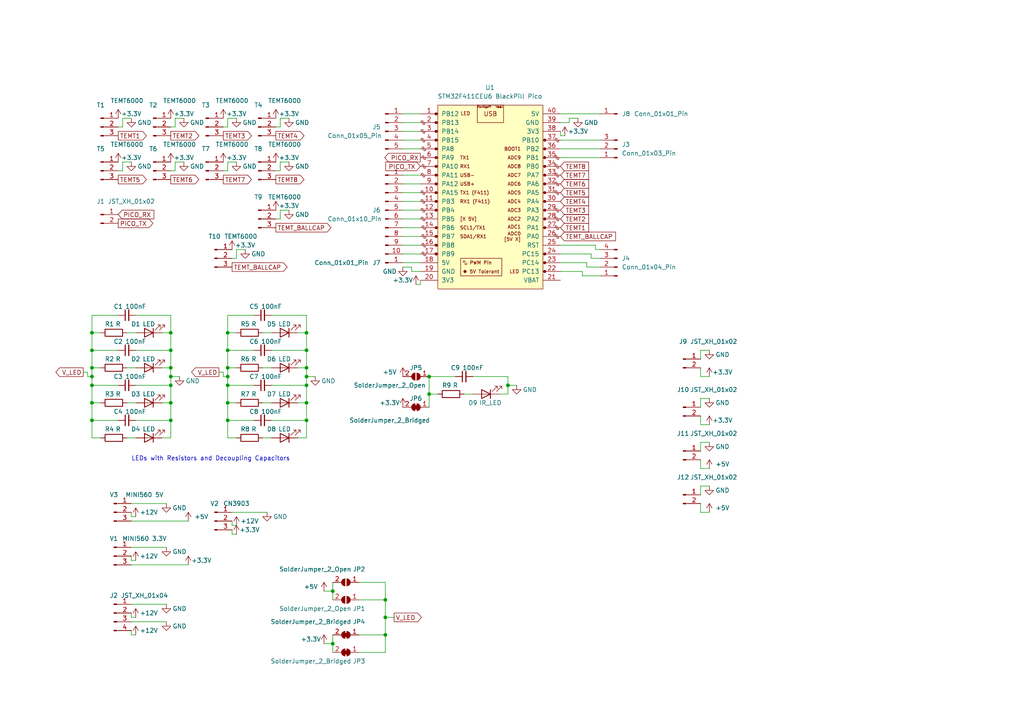
<source format=kicad_sch>
(kicad_sch (version 20230121) (generator eeschema)
  (paper "A4")
  (lib_symbols
    (symbol "Connector:Conn_01x01_Pin" (pin_names (offset 1.016) hide)
      (property "Reference" "J" (at 0 2.54 0))
      (property "Value" "Conn_01x01_Pin" (at 0 -2.54 0))
      (symbol "Conn_01x01_Pin_1_1"
        (pin passive line (at 5.08 0 180) (length 3.81) (name "Pin_1") (number "1"))
      )
    )
    (symbol "Connector:Conn_01x02_Pin" (pin_names (offset 1.016) hide)
      (property "Reference" "J" (at 0 2.54 0))
      (property "Value" "Conn_01x02_Pin" (at 0 -5.08 0))
      (symbol "Conn_01x02_Pin_1_1"
        (pin passive line (at 5.08 0 180) (length 3.81) (name "Pin_1") (number "1"))
        (pin passive line (at 5.08 -2.54 180) (length 3.81) (name "Pin_2") (number "2"))
      )
    )
    (symbol "Connector:Conn_01x03_Pin" (pin_names (offset 1.016) hide)
      (property "Reference" "J" (at 0 5.08 0))
      (property "Value" "Conn_01x03_Pin" (at 0 -5.08 0))
      (symbol "Conn_01x03_Pin_1_1"
        (pin passive line (at 5.08 2.54 180) (length 3.81) (name "Pin_1") (number "1"))
        (pin passive line (at 5.08 0 180) (length 3.81) (name "Pin_2") (number "2"))
        (pin passive line (at 5.08 -2.54 180) (length 3.81) (name "Pin_3") (number "3"))
      )
    )
    (symbol "Connector:Conn_01x04_Pin" (pin_names (offset 1.016) hide)
      (property "Reference" "J" (at 0 5.08 0))
      (property "Value" "Conn_01x04_Pin" (at 0 -7.62 0))
      (symbol "Conn_01x04_Pin_1_1"
        (pin passive line (at 5.08 2.54 180) (length 3.81) (name "Pin_1") (number "1"))
        (pin passive line (at 5.08 0 180) (length 3.81) (name "Pin_2") (number "2"))
        (pin passive line (at 5.08 -2.54 180) (length 3.81) (name "Pin_3") (number "3"))
        (pin passive line (at 5.08 -5.08 180) (length 3.81) (name "Pin_4") (number "4"))
      )
    )
    (symbol "Connector:Conn_01x05_Pin" (pin_names (offset 1.016) hide)
      (property "Reference" "J" (at 0 7.62 0))
      (property "Value" "Conn_01x05_Pin" (at 0 -7.62 0))
      (symbol "Conn_01x05_Pin_1_1"
        (pin passive line (at 5.08 5.08 180) (length 3.81) (name "Pin_1") (number "1"))
        (pin passive line (at 5.08 2.54 180) (length 3.81) (name "Pin_2") (number "2"))
        (pin passive line (at 5.08 0 180) (length 3.81) (name "Pin_3") (number "3"))
        (pin passive line (at 5.08 -2.54 180) (length 3.81) (name "Pin_4") (number "4"))
        (pin passive line (at 5.08 -5.08 180) (length 3.81) (name "Pin_5") (number "5"))
      )
    )
    (symbol "Connector:Conn_01x10_Pin" (pin_names (offset 1.016) hide)
      (property "Reference" "J" (at 0 12.7 0))
      (property "Value" "Conn_01x10_Pin" (at 0 -15.24 0))
      (symbol "Conn_01x10_Pin_1_1"
        (pin passive line (at 5.08 10.16 180) (length 3.81) (name "Pin_1") (number "1"))
        (pin passive line (at 5.08 -12.7 180) (length 3.81) (name "Pin_10") (number "10"))
        (pin passive line (at 5.08 7.62 180) (length 3.81) (name "Pin_2") (number "2"))
        (pin passive line (at 5.08 5.08 180) (length 3.81) (name "Pin_3") (number "3"))
        (pin passive line (at 5.08 2.54 180) (length 3.81) (name "Pin_4") (number "4"))
        (pin passive line (at 5.08 0 180) (length 3.81) (name "Pin_5") (number "5"))
        (pin passive line (at 5.08 -2.54 180) (length 3.81) (name "Pin_6") (number "6"))
        (pin passive line (at 5.08 -5.08 180) (length 3.81) (name "Pin_7") (number "7"))
        (pin passive line (at 5.08 -7.62 180) (length 3.81) (name "Pin_8") (number "8"))
        (pin passive line (at 5.08 -10.16 180) (length 3.81) (name "Pin_9") (number "9"))
      )
    )
    (symbol "Device:C_Small" (pin_numbers hide) (pin_names (offset 0.254) hide)
      (property "Reference" "C" (at 0.254 1.778 0))
      (property "Value" "C_Small" (at 0.254 -2.032 0))
      (symbol "C_Small_1_1"
        (pin passive line (at 0 2.54 270) (length 2.032) (name "~") (number "1"))
        (pin passive line (at 0 -2.54 90) (length 2.032) (name "~") (number "2"))
      )
    )
    (symbol "Device:LED" (pin_numbers hide) (pin_names (offset 1.016) hide)
      (property "Reference" "D" (at 0 2.54 0))
      (property "Value" "LED" (at 0 -2.54 0))
      (symbol "LED_1_1"
        (pin passive line (at -3.81 0 0) (length 2.54) (name "K") (number "1"))
        (pin passive line (at 3.81 0 180) (length 2.54) (name "A") (number "2"))
      )
    )
    (symbol "Device:R" (pin_numbers hide) (pin_names (offset 0))
      (property "Reference" "R" (at 2.032 0 90))
      (property "Value" "R" (at 0 0 90))
      (symbol "R_1_1"
        (pin passive line (at 0 3.81 270) (length 1.27) (name "~") (number "1"))
        (pin passive line (at 0 -3.81 90) (length 1.27) (name "~") (number "2"))
      )
    )
    (symbol "Jumper:SolderJumper_2_Bridged" (pin_names (offset 0) hide)
      (property "Reference" "JP" (at 0 2.032 0))
      (property "Value" "SolderJumper_2_Bridged" (at 0 -2.54 0))
      (symbol "SolderJumper_2_Bridged_1_1"
        (pin passive line (at -3.81 0 0) (length 2.54) (name "A") (number "1"))
        (pin passive line (at 3.81 0 180) (length 2.54) (name "B") (number "2"))
      )
    )
    (symbol "Jumper:SolderJumper_2_Open" (pin_names (offset 0) hide)
      (property "Reference" "JP" (at 0 2.032 0))
      (property "Value" "SolderJumper_2_Open" (at 0 -2.54 0))
      (symbol "SolderJumper_2_Open_1_1"
        (pin passive line (at -3.81 0 0) (length 2.54) (name "A") (number "1"))
        (pin passive line (at 3.81 0 180) (length 2.54) (name "B") (number "2"))
      )
    )
    (symbol "RCJ:STM32F411CEU6 WeAct BlackPill Pico" (pin_names (offset 1.016))
      (property "Reference" "U" (at -13.97 24.13 0))
      (property "Value" "STM32F411CEU6 BlackPill Pico" (at 0 -3.81 90))
      (symbol "STM32F411CEU6 WeAct BlackPill Pico_0_0"
        (text "LED" (at -7.239 20.447 0) (effects (font (size 0.9906 0.9906))))
        (text "USB" (at 0 20.32 0) (effects (font (size 1.27 1.27))))
        (text "Y@@J" (at 2.54 22.352 0) (effects (font (size 0.508 0.508))))
      )
      (symbol "STM32F411CEU6 WeAct BlackPill Pico_1_0"
        (text "5V Tolerant" (at -6.096 -25.4 0) (effects (font (size 0.9906 0.9906)) (justify left)))
        (text "[X 5V]" (at -8.89 -10.16 0) (effects (font (size 0.9906 0.9906)) (justify left)))
        (text "ADC0\n[5V X]" (at 8.89 -15.24 0) (effects (font (size 0.9906 0.9906)) (justify right)))
        (text "ADC1" (at 8.89 -12.446 0) (effects (font (size 0.9906 0.9906)) (justify right)))
        (text "ADC2" (at 8.89 -10.16 0) (effects (font (size 0.9906 0.9906)) (justify right)))
        (text "ADC3" (at 8.89 -7.62 0) (effects (font (size 0.9906 0.9906)) (justify right)))
        (text "ADC4" (at 8.89 -5.08 0) (effects (font (size 0.9906 0.9906)) (justify right)))
        (text "ADC5" (at 8.89 -2.54 0) (effects (font (size 0.9906 0.9906)) (justify right)))
        (text "ADC6" (at 8.89 0 0) (effects (font (size 0.9906 0.9906)) (justify right)))
        (text "ADC7" (at 8.89 2.54 0) (effects (font (size 0.9906 0.9906)) (justify right)))
        (text "ADC8" (at 8.89 5.08 0) (effects (font (size 0.9906 0.9906)) (justify right)))
        (text "ADC9" (at 8.89 7.62 0) (effects (font (size 0.9906 0.9906)) (justify right)))
        (text "BOOT1" (at 8.89 10.16 0) (effects (font (size 0.9906 0.9906)) (justify right)))
        (text "LED" (at 8.382 -25.4 0) (effects (font (size 0.9906 0.9906)) (justify right)))
        (text "PorridgePi" (at -1.778 22.352 0) (effects (font (size 0.508 0.508))))
        (text "PWM Pin" (at -6.096 -22.86 0) (effects (font (size 0.9906 0.9906)) (justify left)))
        (text "RX1\n" (at -8.89 5.08 0) (effects (font (size 0.9906 0.9906)) (justify left)))
        (text "RX1 (F411)" (at -8.89 -5.08 0) (effects (font (size 0.9906 0.9906)) (justify left)))
        (text "SCL1/TX1" (at -8.89 -12.7 0) (effects (font (size 0.9906 0.9906)) (justify left)))
        (text "SDA1/RX1" (at -8.89 -15.24 0) (effects (font (size 0.9906 0.9906)) (justify left)))
        (text "TX1\n" (at -8.89 7.62 0) (effects (font (size 0.9906 0.9906)) (justify left)))
        (text "TX1 (F411)\n" (at -8.89 -2.54 0) (effects (font (size 0.9906 0.9906)) (justify left)))
        (text "USB+" (at -8.89 0 0) (effects (font (size 0.9906 0.9906)) (justify left)))
        (text "USB-" (at -8.89 2.54 0) (effects (font (size 0.9906 0.9906)) (justify left)))
      )
      (symbol "STM32F411CEU6 WeAct BlackPill Pico_1_1"
        (pin bidirectional line (at -20.32 20.32 0) (length 5.08) (name "PB12") (number "1"))
        (pin bidirectional line (at -20.32 -2.54 0) (length 5.08) (name "PA15") (number "10"))
        (pin bidirectional line (at -20.32 -5.08 0) (length 5.08) (name "PB3") (number "11"))
        (pin bidirectional line (at -20.32 -7.62 0) (length 5.08) (name "PB4") (number "12"))
        (pin bidirectional line (at -20.32 -10.16 0) (length 5.08) (name "PB5") (number "13"))
        (pin bidirectional line (at -20.32 -12.7 0) (length 5.08) (name "PB6") (number "14"))
        (pin bidirectional line (at -20.32 -15.24 0) (length 5.08) (name "PB7") (number "15"))
        (pin bidirectional line (at -20.32 -17.78 0) (length 5.08) (name "PB8") (number "16"))
        (pin bidirectional line (at -20.32 -20.32 0) (length 5.08) (name "PB9") (number "17"))
        (pin power_in line (at -20.32 -22.86 0) (length 5.08) (name "5V") (number "18"))
        (pin power_in line (at -20.32 -25.4 0) (length 5.08) (name "GND") (number "19"))
        (pin bidirectional line (at -20.32 17.78 0) (length 5.08) (name "PB13") (number "2"))
        (pin power_in line (at -20.32 -27.94 0) (length 5.08) (name "3V3") (number "20"))
        (pin power_in line (at 20.32 -27.94 180) (length 5.08) (name "VBAT") (number "21"))
        (pin bidirectional line (at 20.32 -25.4 180) (length 5.08) (name "PC13") (number "22"))
        (pin bidirectional line (at 20.32 -22.86 180) (length 5.08) (name "PC14") (number "23"))
        (pin bidirectional line (at 20.32 -20.32 180) (length 5.08) (name "PC15") (number "24"))
        (pin input line (at 20.32 -17.78 180) (length 5.08) (name "RST") (number "25"))
        (pin bidirectional line (at 20.32 -15.24 180) (length 5.08) (name "PA0") (number "26"))
        (pin bidirectional line (at 20.32 -12.7 180) (length 5.08) (name "PA1") (number "27"))
        (pin bidirectional line (at 20.32 -10.16 180) (length 5.08) (name "PA2") (number "28"))
        (pin bidirectional line (at 20.32 -7.62 180) (length 5.08) (name "PA3") (number "29"))
        (pin bidirectional line (at -20.32 15.24 0) (length 5.08) (name "PB14") (number "3"))
        (pin bidirectional line (at 20.32 -5.08 180) (length 5.08) (name "PA4") (number "30"))
        (pin bidirectional line (at 20.32 -2.54 180) (length 5.08) (name "PA5") (number "31"))
        (pin bidirectional line (at 20.32 0 180) (length 5.08) (name "PA6") (number "32"))
        (pin bidirectional line (at 20.32 2.54 180) (length 5.08) (name "PA7") (number "33"))
        (pin bidirectional line (at 20.32 5.08 180) (length 5.08) (name "PB0") (number "34"))
        (pin bidirectional line (at 20.32 7.62 180) (length 5.08) (name "PB1") (number "35"))
        (pin bidirectional line (at 20.32 10.16 180) (length 5.08) (name "PB2") (number "36"))
        (pin bidirectional line (at 20.32 12.7 180) (length 5.08) (name "PB10") (number "37"))
        (pin power_in line (at 20.32 15.24 180) (length 5.08) (name "3V3") (number "38"))
        (pin power_in line (at 20.32 17.78 180) (length 5.08) (name "GND") (number "39"))
        (pin bidirectional line (at -20.32 12.7 0) (length 5.08) (name "PB15") (number "4"))
        (pin power_in line (at 20.32 20.32 180) (length 5.08) (name "5V") (number "40"))
        (pin bidirectional line (at -20.32 10.16 0) (length 5.08) (name "PA8") (number "5"))
        (pin bidirectional line (at -20.32 7.62 0) (length 5.08) (name "PA9") (number "6"))
        (pin bidirectional line (at -20.32 5.08 0) (length 5.08) (name "PA10") (number "7"))
        (pin bidirectional line (at -20.32 2.54 0) (length 5.08) (name "PA11") (number "8"))
        (pin bidirectional line (at -20.32 0 0) (length 5.08) (name "PA12") (number "9"))
      )
    )
    (symbol "power:+12V" (power) (pin_names (offset 0))
      (property "Value" "+12V" (at 0 3.556 0))
      (symbol "+12V_1_1"
        (pin power_in line (at 0 0 90) (length 0) hide (name "+12V") (number "1"))
      )
    )
    (symbol "power:+3.3V" (power) (pin_names (offset 0))
      (property "Value" "+3.3V" (at 0 3.556 0))
      (symbol "+3.3V_1_1"
        (pin power_in line (at 0 0 90) (length 0) hide (name "+3.3V") (number "1"))
      )
    )
    (symbol "power:+5V" (power) (pin_names (offset 0))
      (property "Value" "+5V" (at 0 3.556 0))
      (symbol "+5V_1_1"
        (pin power_in line (at 0 0 90) (length 0) hide (name "+5V") (number "1"))
      )
    )
    (symbol "power:GND" (power) (pin_names (offset 0))
      (property "Value" "GND" (at 0 -3.81 0))
      (symbol "GND_1_1"
        (pin power_in line (at 0 0 270) (length 0) hide (name "GND") (number "1"))
      )
    )
  )
  (junction (at 66.04 111.76))
  (junction (at 111.76 184.15))
  (junction (at 124.46 114.3))
  (junction (at 66.04 96.52))
  (junction (at 26.67 106.68))
  (junction (at 26.67 101.6))
  (junction (at 49.53 111.76))
  (junction (at 88.9 101.6))
  (junction (at 66.04 101.6))
  (junction (at 66.04 106.68))
  (junction (at 66.04 121.92))
  (junction (at 26.67 121.92))
  (junction (at 111.76 179.07))
  (junction (at 96.52 171.45))
  (junction (at 88.9 111.76))
  (junction (at 49.53 101.6))
  (junction (at 66.04 109.22))
  (junction (at 49.53 96.52))
  (junction (at 96.52 186.69))
  (junction (at 49.53 121.92))
  (junction (at 88.9 116.84))
  (junction (at 88.9 106.68))
  (junction (at 49.53 106.68))
  (junction (at 26.67 116.84))
  (junction (at 88.9 96.52))
  (junction (at 124.46 109.22))
  (junction (at 26.67 109.22))
  (junction (at 26.67 111.76))
  (junction (at 49.53 116.84))
  (junction (at 49.53 109.22))
  (junction (at 147.32 111.76))
  (junction (at 88.9 109.22))
  (junction (at 66.04 116.84))
  (junction (at 111.76 173.99))
  (junction (at 88.9 121.92))
  (junction (at 26.67 96.52))
  (wire (pts (xy 39.37 179.07) (xy 38.1 179.07)))
  (wire (pts (xy 36.83 96.52) (xy 39.37 96.52)))
  (wire (pts (xy 171.45 74.93) (xy 173.99 74.93)))
  (wire (pts (xy 46.99 127) (xy 49.53 127)))
  (wire (pts (xy 80.01 36.83) (xy 81.28 36.83)))
  (wire (pts (xy 119.38 78.74) (xy 121.92 78.74)))
  (wire (pts (xy 88.9 101.6) (xy 88.9 96.52)))
  (wire (pts (xy 26.67 106.68) (xy 29.21 106.68)))
  (wire (pts (xy 205.74 135.89) (xy 203.2 135.89)))
  (wire (pts (xy 203.2 115.57) (xy 205.74 115.57)))
  (wire (pts (xy 38.1 162.56) (xy 38.1 161.29)))
  (wire (pts (xy 165.1 34.29) (xy 165.1 35.56)))
  (wire (pts (xy 39.37 184.15) (xy 38.1 184.15)))
  (wire (pts (xy 172.72 71.12) (xy 162.56 71.12)))
  (wire (pts (xy 80.01 63.5) (xy 81.28 63.5)))
  (wire (pts (xy 38.1 149.86) (xy 38.1 148.59)))
  (wire (pts (xy 116.84 66.04) (xy 121.92 66.04)))
  (wire (pts (xy 66.04 46.99) (xy 68.58 46.99)))
  (wire (pts (xy 116.84 71.12) (xy 121.92 71.12)))
  (wire (pts (xy 26.67 127) (xy 29.21 127)))
  (wire (pts (xy 96.52 171.45) (xy 96.52 173.99)))
  (wire (pts (xy 165.1 35.56) (xy 162.56 35.56)))
  (wire (pts (xy 119.38 78.74) (xy 119.38 77.47)))
  (wire (pts (xy 134.62 114.3) (xy 137.16 114.3)))
  (wire (pts (xy 46.99 106.68) (xy 49.53 106.68)))
  (wire (pts (xy 116.84 60.96) (xy 121.92 60.96)))
  (wire (pts (xy 104.14 189.23) (xy 111.76 189.23)))
  (wire (pts (xy 203.2 148.59) (xy 203.2 146.05)))
  (wire (pts (xy 78.74 91.44) (xy 88.9 91.44)))
  (wire (pts (xy 81.28 34.29) (xy 83.82 34.29)))
  (wire (pts (xy 39.37 101.6) (xy 49.53 101.6)))
  (wire (pts (xy 66.04 91.44) (xy 73.66 91.44)))
  (wire (pts (xy 26.67 121.92) (xy 34.29 121.92)))
  (wire (pts (xy 96.52 171.45) (xy 93.98 171.45)))
  (wire (pts (xy 38.1 146.05) (xy 48.26 146.05)))
  (wire (pts (xy 162.56 45.72) (xy 173.99 45.72)))
  (wire (pts (xy 34.29 49.53) (xy 35.56 49.53)))
  (wire (pts (xy 81.28 46.99) (xy 83.82 46.99)))
  (wire (pts (xy 49.53 121.92) (xy 49.53 127)))
  (wire (pts (xy 88.9 121.92) (xy 88.9 116.84)))
  (wire (pts (xy 124.46 118.11) (xy 124.46 114.3)))
  (wire (pts (xy 203.2 101.6) (xy 205.74 101.6)))
  (wire (pts (xy 171.45 73.66) (xy 162.56 73.66)))
  (wire (pts (xy 116.84 40.64) (xy 121.92 40.64)))
  (wire (pts (xy 66.04 116.84) (xy 66.04 121.92)))
  (wire (pts (xy 203.2 101.6) (xy 203.2 104.14)))
  (wire (pts (xy 116.84 43.18) (xy 121.92 43.18)))
  (wire (pts (xy 35.56 46.99) (xy 38.1 46.99)))
  (wire (pts (xy 81.28 63.5) (xy 81.28 60.96)))
  (wire (pts (xy 111.76 184.15) (xy 111.76 179.07)))
  (wire (pts (xy 50.8 34.29) (xy 53.34 34.29)))
  (wire (pts (xy 66.04 36.83) (xy 66.04 34.29)))
  (wire (pts (xy 78.74 101.6) (xy 88.9 101.6)))
  (wire (pts (xy 46.99 116.84) (xy 49.53 116.84)))
  (wire (pts (xy 35.56 36.83) (xy 35.56 34.29)))
  (wire (pts (xy 66.04 121.92) (xy 66.04 127)))
  (wire (pts (xy 116.84 33.02) (xy 121.92 33.02)))
  (wire (pts (xy 116.84 73.66) (xy 121.92 73.66)))
  (wire (pts (xy 76.2 127) (xy 78.74 127)))
  (wire (pts (xy 86.36 106.68) (xy 88.9 106.68)))
  (wire (pts (xy 162.56 43.18) (xy 173.99 43.18)))
  (wire (pts (xy 64.77 107.95) (xy 64.77 109.22)))
  (wire (pts (xy 86.36 116.84) (xy 88.9 116.84)))
  (wire (pts (xy 203.2 109.22) (xy 203.2 106.68)))
  (wire (pts (xy 38.1 151.13) (xy 54.61 151.13)))
  (wire (pts (xy 116.84 53.34) (xy 121.92 53.34)))
  (wire (pts (xy 66.04 101.6) (xy 66.04 106.68)))
  (wire (pts (xy 88.9 91.44) (xy 88.9 96.52)))
  (wire (pts (xy 26.67 116.84) (xy 29.21 116.84)))
  (wire (pts (xy 39.37 111.76) (xy 49.53 111.76)))
  (wire (pts (xy 26.67 96.52) (xy 26.67 101.6)))
  (wire (pts (xy 96.52 186.69) (xy 93.98 186.69)))
  (wire (pts (xy 38.1 158.75) (xy 48.26 158.75)))
  (wire (pts (xy 124.46 114.3) (xy 127 114.3)))
  (wire (pts (xy 68.58 72.39) (xy 71.12 72.39)))
  (wire (pts (xy 66.04 111.76) (xy 66.04 116.84)))
  (wire (pts (xy 111.76 184.15) (xy 104.14 184.15)))
  (wire (pts (xy 66.04 91.44) (xy 66.04 96.52)))
  (wire (pts (xy 203.2 135.89) (xy 203.2 133.35)))
  (wire (pts (xy 168.91 80.01) (xy 173.99 80.01)))
  (wire (pts (xy 80.01 49.53) (xy 81.28 49.53)))
  (wire (pts (xy 64.77 109.22) (xy 66.04 109.22)))
  (wire (pts (xy 81.28 60.96) (xy 83.82 60.96)))
  (wire (pts (xy 26.67 101.6) (xy 34.29 101.6)))
  (wire (pts (xy 49.53 36.83) (xy 50.8 36.83)))
  (wire (pts (xy 171.45 74.93) (xy 171.45 73.66)))
  (wire (pts (xy 38.1 180.34) (xy 48.26 180.34)))
  (wire (pts (xy 124.46 109.22) (xy 132.08 109.22)))
  (wire (pts (xy 34.29 36.83) (xy 35.56 36.83)))
  (wire (pts (xy 50.8 46.99) (xy 53.34 46.99)))
  (wire (pts (xy 49.53 49.53) (xy 50.8 49.53)))
  (wire (pts (xy 172.72 72.39) (xy 173.99 72.39)))
  (wire (pts (xy 66.04 111.76) (xy 73.66 111.76)))
  (wire (pts (xy 203.2 128.27) (xy 203.2 130.81)))
  (wire (pts (xy 81.28 36.83) (xy 81.28 34.29)))
  (wire (pts (xy 38.1 179.07) (xy 38.1 177.8)))
  (wire (pts (xy 76.2 106.68) (xy 78.74 106.68)))
  (wire (pts (xy 39.37 149.86) (xy 38.1 149.86)))
  (wire (pts (xy 64.77 36.83) (xy 66.04 36.83)))
  (wire (pts (xy 116.84 50.8) (xy 121.92 50.8)))
  (wire (pts (xy 36.83 116.84) (xy 39.37 116.84)))
  (wire (pts (xy 67.31 154.94) (xy 68.58 154.94)))
  (wire (pts (xy 147.32 111.76) (xy 149.86 111.76)))
  (wire (pts (xy 68.58 74.93) (xy 68.58 72.39)))
  (wire (pts (xy 170.18 76.2) (xy 162.56 76.2)))
  (wire (pts (xy 50.8 36.83) (xy 50.8 34.29)))
  (wire (pts (xy 116.84 58.42) (xy 121.92 58.42)))
  (wire (pts (xy 120.65 82.55) (xy 121.92 82.55)))
  (wire (pts (xy 147.32 109.22) (xy 147.32 111.76)))
  (wire (pts (xy 35.56 34.29) (xy 38.1 34.29)))
  (wire (pts (xy 67.31 152.4) (xy 67.31 151.13)))
  (wire (pts (xy 116.84 76.2) (xy 121.92 76.2)))
  (wire (pts (xy 39.37 121.92) (xy 49.53 121.92)))
  (wire (pts (xy 39.37 162.56) (xy 38.1 162.56)))
  (wire (pts (xy 170.18 77.47) (xy 173.99 77.47)))
  (wire (pts (xy 26.67 111.76) (xy 34.29 111.76)))
  (wire (pts (xy 49.53 109.22) (xy 49.53 106.68)))
  (wire (pts (xy 66.04 49.53) (xy 66.04 46.99)))
  (wire (pts (xy 88.9 111.76) (xy 88.9 109.22)))
  (wire (pts (xy 88.9 111.76) (xy 88.9 116.84)))
  (wire (pts (xy 168.91 80.01) (xy 168.91 78.74)))
  (wire (pts (xy 168.91 78.74) (xy 162.56 78.74)))
  (wire (pts (xy 67.31 74.93) (xy 68.58 74.93)))
  (wire (pts (xy 25.4 109.22) (xy 26.67 109.22)))
  (wire (pts (xy 121.92 82.55) (xy 121.92 81.28)))
  (wire (pts (xy 167.64 34.29) (xy 165.1 34.29)))
  (wire (pts (xy 26.67 96.52) (xy 29.21 96.52)))
  (wire (pts (xy 163.83 39.37) (xy 162.56 39.37)))
  (wire (pts (xy 205.74 123.19) (xy 203.2 123.19)))
  (wire (pts (xy 114.3 179.07) (xy 111.76 179.07)))
  (wire (pts (xy 64.77 107.95) (xy 63.5 107.95)))
  (wire (pts (xy 147.32 111.76) (xy 147.32 114.3)))
  (wire (pts (xy 96.52 168.91) (xy 96.52 171.45)))
  (wire (pts (xy 88.9 101.6) (xy 88.9 106.68)))
  (wire (pts (xy 170.18 77.47) (xy 170.18 76.2)))
  (wire (pts (xy 96.52 189.23) (xy 96.52 186.69)))
  (wire (pts (xy 119.38 77.47) (xy 116.84 77.47)))
  (wire (pts (xy 26.67 91.44) (xy 34.29 91.44)))
  (wire (pts (xy 137.16 109.22) (xy 147.32 109.22)))
  (wire (pts (xy 26.67 109.22) (xy 26.67 111.76)))
  (wire (pts (xy 26.67 91.44) (xy 26.67 96.52)))
  (wire (pts (xy 88.9 109.22) (xy 88.9 106.68)))
  (wire (pts (xy 38.1 175.26) (xy 48.26 175.26)))
  (wire (pts (xy 46.99 96.52) (xy 49.53 96.52)))
  (wire (pts (xy 116.84 35.56) (xy 121.92 35.56)))
  (wire (pts (xy 66.04 101.6) (xy 73.66 101.6)))
  (wire (pts (xy 66.04 96.52) (xy 66.04 101.6)))
  (wire (pts (xy 66.04 109.22) (xy 66.04 111.76)))
  (wire (pts (xy 26.67 116.84) (xy 26.67 121.92)))
  (wire (pts (xy 66.04 116.84) (xy 68.58 116.84)))
  (wire (pts (xy 116.84 55.88) (xy 121.92 55.88)))
  (wire (pts (xy 68.58 152.4) (xy 67.31 152.4)))
  (wire (pts (xy 86.36 127) (xy 88.9 127)))
  (wire (pts (xy 36.83 127) (xy 39.37 127)))
  (wire (pts (xy 203.2 140.97) (xy 205.74 140.97)))
  (wire (pts (xy 49.53 111.76) (xy 49.53 109.22)))
  (wire (pts (xy 205.74 109.22) (xy 203.2 109.22)))
  (wire (pts (xy 25.4 107.95) (xy 25.4 109.22)))
  (wire (pts (xy 49.53 91.44) (xy 49.53 96.52)))
  (wire (pts (xy 172.72 72.39) (xy 172.72 71.12)))
  (wire (pts (xy 66.04 106.68) (xy 66.04 109.22)))
  (wire (pts (xy 76.2 96.52) (xy 78.74 96.52)))
  (wire (pts (xy 78.74 121.92) (xy 88.9 121.92)))
  (wire (pts (xy 66.04 127) (xy 68.58 127)))
  (wire (pts (xy 111.76 189.23) (xy 111.76 184.15)))
  (wire (pts (xy 38.1 163.83) (xy 54.61 163.83)))
  (wire (pts (xy 111.76 179.07) (xy 111.76 173.99)))
  (wire (pts (xy 111.76 173.99) (xy 111.76 168.91)))
  (wire (pts (xy 67.31 153.67) (xy 67.31 154.94)))
  (wire (pts (xy 96.52 186.69) (xy 96.52 184.15)))
  (wire (pts (xy 173.99 33.02) (xy 162.56 33.02)))
  (wire (pts (xy 88.9 109.22) (xy 91.44 109.22)))
  (wire (pts (xy 116.84 68.58) (xy 121.92 68.58)))
  (wire (pts (xy 26.67 111.76) (xy 26.67 116.84)))
  (wire (pts (xy 203.2 115.57) (xy 203.2 118.11)))
  (wire (pts (xy 81.28 49.53) (xy 81.28 46.99)))
  (wire (pts (xy 66.04 106.68) (xy 68.58 106.68)))
  (wire (pts (xy 124.46 109.22) (xy 124.46 114.3)))
  (wire (pts (xy 162.56 40.64) (xy 173.99 40.64)))
  (wire (pts (xy 66.04 121.92) (xy 73.66 121.92)))
  (wire (pts (xy 49.53 101.6) (xy 49.53 106.68)))
  (wire (pts (xy 49.53 111.76) (xy 49.53 116.84)))
  (wire (pts (xy 111.76 168.91) (xy 104.14 168.91)))
  (wire (pts (xy 66.04 96.52) (xy 68.58 96.52)))
  (wire (pts (xy 24.13 107.95) (xy 25.4 107.95)))
  (wire (pts (xy 49.53 109.22) (xy 52.07 109.22)))
  (wire (pts (xy 88.9 121.92) (xy 88.9 127)))
  (wire (pts (xy 205.74 148.59) (xy 203.2 148.59)))
  (wire (pts (xy 116.84 63.5) (xy 121.92 63.5)))
  (wire (pts (xy 162.56 39.37) (xy 162.56 38.1)))
  (wire (pts (xy 50.8 49.53) (xy 50.8 46.99)))
  (wire (pts (xy 86.36 96.52) (xy 88.9 96.52)))
  (wire (pts (xy 26.67 106.68) (xy 26.67 109.22)))
  (wire (pts (xy 203.2 140.97) (xy 203.2 143.51)))
  (wire (pts (xy 35.56 49.53) (xy 35.56 46.99)))
  (wire (pts (xy 36.83 106.68) (xy 39.37 106.68)))
  (wire (pts (xy 66.04 34.29) (xy 68.58 34.29)))
  (wire (pts (xy 76.2 116.84) (xy 78.74 116.84)))
  (wire (pts (xy 144.78 114.3) (xy 147.32 114.3)))
  (wire (pts (xy 67.31 148.59) (xy 77.47 148.59)))
  (wire (pts (xy 203.2 123.19) (xy 203.2 120.65)))
  (wire (pts (xy 49.53 96.52) (xy 49.53 101.6)))
  (wire (pts (xy 38.1 184.15) (xy 38.1 182.88)))
  (wire (pts (xy 104.14 173.99) (xy 111.76 173.99)))
  (wire (pts (xy 203.2 128.27) (xy 205.74 128.27)))
  (wire (pts (xy 26.67 121.92) (xy 26.67 127)))
  (wire (pts (xy 39.37 91.44) (xy 49.53 91.44)))
  (wire (pts (xy 64.77 49.53) (xy 66.04 49.53)))
  (wire (pts (xy 116.84 38.1) (xy 121.92 38.1)))
  (wire (pts (xy 49.53 121.92) (xy 49.53 116.84)))
  (wire (pts (xy 26.67 101.6) (xy 26.67 106.68)))
  (wire (pts (xy 78.74 111.76) (xy 88.9 111.76)))
  (text "LEDs with Resistors and Decoupling Capacitors\n\n" (at 38.1 135.89 0) (effects (font (size 1.27 1.27)) (justify left bottom)))
  (global_label "TEMT1" (shape input) (at 162.56 66.04 0) (property "Intersheetrefs" "${INTERSHEET_REFS}" (effects hide)))
  (global_label "TEMT6" (shape output) (at 49.53 52.07 0) (property "Intersheetrefs" "${INTERSHEET_REFS}" (effects hide)))
  (global_label "PICO_TX" (shape output) (at 34.29 64.77 0) (property "Intersheetrefs" "${INTERSHEET_REFS}" (effects hide)))
  (global_label "TEMT3" (shape output) (at 64.77 39.37 0) (property "Intersheetrefs" "${INTERSHEET_REFS}" (effects hide)))
  (global_label "V_LED" (shape output) (at 63.5 107.95 180) (property "Intersheetrefs" "${INTERSHEET_REFS}" (effects hide)))
  (global_label "TEMT5" (shape input) (at 162.56 55.88 0) (property "Intersheetrefs" "${INTERSHEET_REFS}" (effects hide)))
  (global_label "V_LED" (shape output) (at 24.13 107.95 180) (property "Intersheetrefs" "${INTERSHEET_REFS}" (effects hide)))
  (global_label "TEMT_BALLCAP" (shape output) (at 80.01 66.04 0) (property "Intersheetrefs" "${INTERSHEET_REFS}" (effects hide)))
  (global_label "TEMT6" (shape input) (at 162.56 53.34 0) (property "Intersheetrefs" "${INTERSHEET_REFS}" (effects hide)))
  (global_label "TEMT4" (shape input) (at 162.56 58.42 0) (property "Intersheetrefs" "${INTERSHEET_REFS}" (effects hide)))
  (global_label "TEMT2" (shape input) (at 162.56 63.5 0) (property "Intersheetrefs" "${INTERSHEET_REFS}" (effects hide)))
  (global_label "TEMT_BALLCAP" (shape output) (at 67.31 77.47 0) (property "Intersheetrefs" "${INTERSHEET_REFS}" (effects hide)))
  (global_label "TEMT1" (shape output) (at 34.29 39.37 0) (property "Intersheetrefs" "${INTERSHEET_REFS}" (effects hide)))
  (global_label "TEMT8" (shape input) (at 162.56 48.26 0) (property "Intersheetrefs" "${INTERSHEET_REFS}" (effects hide)))
  (global_label "TEMT2" (shape output) (at 49.53 39.37 0) (property "Intersheetrefs" "${INTERSHEET_REFS}" (effects hide)))
  (global_label "TEMT4" (shape output) (at 80.01 39.37 0) (property "Intersheetrefs" "${INTERSHEET_REFS}" (effects hide)))
  (global_label "TEMT7" (shape output) (at 64.77 52.07 0) (property "Intersheetrefs" "${INTERSHEET_REFS}" (effects hide)))
  (global_label "TEMT7" (shape input) (at 162.56 50.8 0) (property "Intersheetrefs" "${INTERSHEET_REFS}" (effects hide)))
  (global_label "TEMT3" (shape input) (at 162.56 60.96 0) (property "Intersheetrefs" "${INTERSHEET_REFS}" (effects hide)))
  (global_label "PICO_TX" (shape input) (at 121.92 48.26 180) (property "Intersheetrefs" "${INTERSHEET_REFS}" (effects hide)))
  (global_label "PICO_RX" (shape output) (at 121.92 45.72 180) (property "Intersheetrefs" "${INTERSHEET_REFS}" (effects hide)))
  (global_label "TEMT_BALLCAP" (shape input) (at 162.56 68.58 0) (property "Intersheetrefs" "${INTERSHEET_REFS}" (effects hide)))
  (global_label "V_LED" (shape output) (at 114.3 179.07 0) (property "Intersheetrefs" "${INTERSHEET_REFS}" (effects hide)))
  (global_label "TEMT5" (shape output) (at 34.29 52.07 0) (property "Intersheetrefs" "${INTERSHEET_REFS}" (effects hide)))
  (global_label "TEMT8" (shape output) (at 80.01 52.07 0) (property "Intersheetrefs" "${INTERSHEET_REFS}" (effects hide)))
  (global_label "PICO_RX" (shape input) (at 34.29 62.23 0) (property "Intersheetrefs" "${INTERSHEET_REFS}" (effects hide)))
  (symbol (lib_id "power:+3.3V") (at 34.29 34.29 0) (unit 1)
    (property "Reference" "#PWR015" (effects hide))
    (property "Value" "+3.3V" (at 38.1 33.02 0))
  )
  (symbol (lib_id "power:+12V") (at 39.37 149.86 0) (unit 1)
    (property "Reference" "#PWR041" (effects hide))
    (property "Value" "+12V" (at 43.18 148.59 0))
  )
  (symbol (lib_id "Device:R") (at 72.39 106.68 90) (unit 1)
    (property "Reference" "R6" (at 71.12 104.14 90))
    (property "Value" "R" (at 73.66 104.14 90))
    (property "Footprint" "Resistor_SMD:R_0201_0603Metric_Pad0.64x0.40mm_HandSolder" (effects hide))
  )
  (symbol (lib_id "power:+3.3V") (at 49.53 34.29 0) (unit 1)
    (property "Reference" "#PWR017" (effects hide))
    (property "Value" "+3.3V" (at 53.34 33.02 0))
  )
  (symbol (lib_id "Connector:Conn_01x03_Pin") (at 29.21 36.83 0) (unit 1)
    (property "Reference" "T1" (at 29.21 30.48 0))
    (property "Value" "TEMT6000" (at 36.83 29.21 0))
    (property "Footprint" "components:TEMT6000" (effects hide))
  )
  (symbol (lib_id "Jumper:SolderJumper_2_Open") (at 100.33 168.91 180) (unit 1)
    (property "Reference" "JP2" (at 104.14 165.1 0))
    (property "Value" "SolderJumper_2_Open" (at 91.44 165.1 0))
    (property "Footprint" "Jumper:SolderJumper-2_P1.3mm_Open_RoundedPad1.0x1.5mm" (effects hide))
  )
  (symbol (lib_id "Connector:Conn_01x10_Pin") (at 111.76 60.96 0) (unit 1)
    (property "Reference" "J6" (at 109.22 60.96 0))
    (property "Value" "Conn_01x10_Pin" (at 102.87 63.5 0))
    (property "Footprint" "Connector_PinHeader_2.54mm:PinHeader_1x10_P2.54mm_Vertical" (effects hide))
  )
  (symbol (lib_id "power:GND") (at 91.44 109.22 0) (unit 1)
    (property "Reference" "#PWR010" (effects hide))
    (property "Value" "GND" (at 95.25 110.49 0))
  )
  (symbol (lib_id "power:+3.3V") (at 68.58 154.94 0) (unit 1)
    (property "Reference" "#PWR037" (effects hide))
    (property "Value" "+3.3V" (at 72.39 153.67 0))
  )
  (symbol (lib_id "Device:LED") (at 43.18 96.52 180) (unit 1)
    (property "Reference" "D1" (at 39.37 93.98 0))
    (property "Value" "LED" (at 43.18 93.98 0))
    (property "Footprint" "components:LED-6028" (effects hide))
  )
  (symbol (lib_id "power:+3.3V") (at 54.61 163.83 0) (unit 1)
    (property "Reference" "#PWR039" (effects hide))
    (property "Value" "+3.3V" (at 58.42 162.56 0))
  )
  (symbol (lib_id "Device:C_Small") (at 76.2 121.92 90) (unit 1)
    (property "Reference" "C8" (at 73.66 119.38 90))
    (property "Value" "100nF" (at 78.74 119.38 90))
    (property "Footprint" "Capacitor_SMD:C_0201_0603Metric_Pad0.64x0.40mm_HandSolder" (effects hide))
  )
  (symbol (lib_id "Device:R") (at 33.02 116.84 90) (unit 1)
    (property "Reference" "R3" (at 31.75 114.3 90))
    (property "Value" "R" (at 34.29 114.3 90))
    (property "Footprint" "Resistor_SMD:R_0201_0603Metric_Pad0.64x0.40mm_HandSolder" (effects hide))
  )
  (symbol (lib_id "power:+3.3V") (at 80.01 46.99 0) (unit 1)
    (property "Reference" "#PWR043" (effects hide))
    (property "Value" "+3.3V" (at 83.82 45.72 0))
  )
  (symbol (lib_id "Connector:Conn_01x03_Pin") (at 44.45 49.53 0) (unit 1)
    (property "Reference" "T6" (at 44.45 43.18 0))
    (property "Value" "TEMT6000" (at 52.07 41.91 0))
    (property "Footprint" "components:TEMT6000" (effects hide))
  )
  (symbol (lib_id "power:GND") (at 167.64 34.29 0) (unit 1)
    (property "Reference" "#PWR03" (effects hide))
    (property "Value" "GND" (at 171.45 35.56 0))
  )
  (symbol (lib_id "power:GND") (at 53.34 46.99 0) (unit 1)
    (property "Reference" "#PWR022" (effects hide))
    (property "Value" "GND" (at 57.15 48.26 0))
  )
  (symbol (lib_id "power:GND") (at 48.26 175.26 0) (unit 1)
    (property "Reference" "#PWR031" (effects hide))
    (property "Value" "GND" (at 52.07 176.53 0))
  )
  (symbol (lib_id "Jumper:SolderJumper_2_Bridged") (at 120.65 118.11 180) (unit 1)
    (property "Reference" "JP6" (at 120.65 115.57 0))
    (property "Value" "SolderJumper_2_Bridged" (at 113.03 121.92 0))
    (property "Footprint" "Jumper:SolderJumper-2_P1.3mm_Bridged2Bar_RoundedPad1.0x1.5mm" (effects hide))
  )
  (symbol (lib_id "power:GND") (at 71.12 72.39 0) (unit 1)
    (property "Reference" "#PWR052" (effects hide))
    (property "Value" "GND" (at 74.93 73.66 0))
  )
  (symbol (lib_id "Connector:Conn_01x03_Pin") (at 59.69 36.83 0) (unit 1)
    (property "Reference" "T3" (at 59.69 30.48 0))
    (property "Value" "TEMT6000" (at 67.31 29.21 0))
    (property "Footprint" "components:TEMT6000" (effects hide))
  )
  (symbol (lib_id "Device:C_Small") (at 36.83 101.6 90) (unit 1)
    (property "Reference" "C2" (at 34.29 99.06 90))
    (property "Value" "100nF" (at 39.37 99.06 90))
    (property "Footprint" "Capacitor_SMD:C_0201_0603Metric_Pad0.64x0.40mm_HandSolder" (effects hide))
  )
  (symbol (lib_id "power:+3.3V") (at 93.98 186.69 0) (unit 1)
    (property "Reference" "#PWR013" (effects hide))
    (property "Value" "+3.3V" (at 90.17 185.42 0))
  )
  (symbol (lib_id "Device:LED") (at 43.18 116.84 180) (unit 1)
    (property "Reference" "D3" (at 39.37 114.3 0))
    (property "Value" "LED" (at 43.18 114.3 0))
    (property "Footprint" "components:LED-6028" (effects hide))
  )
  (symbol (lib_id "Device:R") (at 72.39 127 90) (unit 1)
    (property "Reference" "R8" (at 71.12 124.46 90))
    (property "Value" "R" (at 73.66 124.46 90))
    (property "Footprint" "Resistor_SMD:R_0201_0603Metric_Pad0.64x0.40mm_HandSolder" (effects hide))
  )
  (symbol (lib_id "power:+3.3V") (at 34.29 46.99 0) (unit 1)
    (property "Reference" "#PWR019" (effects hide))
    (property "Value" "+3.3V" (at 38.1 45.72 0))
  )
  (symbol (lib_id "power:GND") (at 77.47 148.59 0) (unit 1)
    (property "Reference" "#PWR036" (effects hide))
    (property "Value" "GND" (at 81.28 149.86 0))
  )
  (symbol (lib_id "Device:C_Small") (at 36.83 91.44 90) (unit 1)
    (property "Reference" "C1" (at 34.29 88.9 90))
    (property "Value" "100nF" (at 39.37 88.9 90))
    (property "Footprint" "Capacitor_SMD:C_0201_0603Metric_Pad0.64x0.40mm_HandSolder" (effects hide))
  )
  (symbol (lib_id "Connector:Conn_01x03_Pin") (at 62.23 74.93 0) (unit 1)
    (property "Reference" "T10" (at 62.23 68.58 0))
    (property "Value" "TEMT6000" (at 69.85 68.58 0))
    (property "Footprint" "components:TEMT6000-wire" (effects hide))
  )
  (symbol (lib_id "power:GND") (at 149.86 111.76 0) (unit 1)
    (property "Reference" "#PWR030" (effects hide))
    (property "Value" "GND" (at 153.67 113.03 0))
  )
  (symbol (lib_id "Device:C_Small") (at 36.83 111.76 90) (unit 1)
    (property "Reference" "C3" (at 34.29 109.22 90))
    (property "Value" "100nF" (at 39.37 109.22 90))
    (property "Footprint" "Capacitor_SMD:C_0201_0603Metric_Pad0.64x0.40mm_HandSolder" (effects hide))
  )
  (symbol (lib_id "power:GND") (at 68.58 34.29 0) (unit 1)
    (property "Reference" "#PWR016" (effects hide))
    (property "Value" "GND" (at 72.39 35.56 0))
  )
  (symbol (lib_id "Jumper:SolderJumper_2_Bridged") (at 100.33 184.15 180) (unit 1)
    (property "Reference" "JP4" (at 104.14 180.34 0))
    (property "Value" "SolderJumper_2_Bridged" (at 90.17 180.34 0))
    (property "Footprint" "Jumper:SolderJumper-2_P1.3mm_Bridged2Bar_RoundedPad1.0x1.5mm" (effects hide))
  )
  (symbol (lib_id "power:GND") (at 38.1 46.99 0) (unit 1)
    (property "Reference" "#PWR020" (effects hide))
    (property "Value" "GND" (at 41.91 48.26 0))
  )
  (symbol (lib_id "power:+12V") (at 39.37 179.07 0) (unit 1)
    (property "Reference" "#PWR033" (effects hide))
    (property "Value" "+12V" (at 43.18 177.8 0))
  )
  (symbol (lib_id "power:+3.3V") (at 120.65 82.55 0) (unit 1)
    (property "Reference" "#PWR05" (effects hide))
    (property "Value" "+3.3V" (at 116.84 81.28 0))
  )
  (symbol (lib_id "power:GND") (at 83.82 46.99 0) (unit 1)
    (property "Reference" "#PWR026" (effects hide))
    (property "Value" "GND" (at 87.63 48.26 0))
  )
  (symbol (lib_id "power:+5V") (at 54.61 151.13 0) (unit 1)
    (property "Reference" "#PWR044" (effects hide))
    (property "Value" "+5V" (at 58.42 149.86 0))
  )
  (symbol (lib_id "Device:C_Small") (at 76.2 101.6 90) (unit 1)
    (property "Reference" "C6" (at 73.66 99.06 90))
    (property "Value" "100nF" (at 78.74 99.06 90))
    (property "Footprint" "Capacitor_SMD:C_0201_0603Metric_Pad0.64x0.40mm_HandSolder" (effects hide))
  )
  (symbol (lib_id "power:+12V") (at 39.37 184.15 0) (unit 1)
    (property "Reference" "#PWR034" (effects hide))
    (property "Value" "+12V" (at 43.18 182.88 0))
  )
  (symbol (lib_id "Device:C_Small") (at 76.2 111.76 90) (unit 1)
    (property "Reference" "C7" (at 73.66 109.22 90))
    (property "Value" "100nF" (at 78.74 109.22 90))
    (property "Footprint" "Capacitor_SMD:C_0201_0603Metric_Pad0.64x0.40mm_HandSolder" (effects hide))
  )
  (symbol (lib_id "Device:LED") (at 43.18 127 180) (unit 1)
    (property "Reference" "D4" (at 39.37 124.46 0))
    (property "Value" "LED" (at 43.18 124.46 0))
    (property "Footprint" "components:LED-6028" (effects hide))
  )
  (symbol (lib_id "power:GND") (at 68.58 46.99 0) (unit 1)
    (property "Reference" "#PWR024" (effects hide))
    (property "Value" "GND" (at 72.39 48.26 0))
  )
  (symbol (lib_id "power:+3.3V") (at 163.83 39.37 0) (unit 1)
    (property "Reference" "#PWR02" (effects hide))
    (property "Value" "+3.3V" (at 167.64 38.1 0))
  )
  (symbol (lib_id "power:+12V") (at 68.58 152.4 0) (unit 1)
    (property "Reference" "#PWR035" (effects hide))
    (property "Value" "+12V" (at 72.39 151.13 0))
  )
  (symbol (lib_id "Connector:Conn_01x02_Pin") (at 198.12 143.51 0) (unit 1)
    (property "Reference" "J12" (at 198.12 138.43 0))
    (property "Value" "JST_XH_01x02" (at 207.01 138.43 0))
    (property "Footprint" "Connector_JST:JST_XH_B2B-XH-A_1x02_P2.50mm_Vertical" (effects hide))
  )
  (symbol (lib_id "power:GND") (at 116.84 77.47 0) (unit 1)
    (property "Reference" "#PWR06" (effects hide))
    (property "Value" "GND" (at 113.03 78.74 0))
  )
  (symbol (lib_id "Device:R") (at 72.39 96.52 90) (unit 1)
    (property "Reference" "R5" (at 71.12 93.98 90))
    (property "Value" "R" (at 73.66 93.98 90))
    (property "Footprint" "Resistor_SMD:R_0201_0603Metric_Pad0.64x0.40mm_HandSolder" (effects hide))
  )
  (symbol (lib_id "Connector:Conn_01x02_Pin") (at 198.12 104.14 0) (unit 1)
    (property "Reference" "J9" (at 198.12 99.06 0))
    (property "Value" "JST_XH_01x02" (at 207.01 99.06 0))
    (property "Footprint" "Connector_JST:JST_XH_B2B-XH-A_1x02_P2.50mm_Vertical" (effects hide))
  )
  (symbol (lib_id "power:GND") (at 48.26 158.75 0) (unit 1)
    (property "Reference" "#PWR040" (effects hide))
    (property "Value" "GND" (at 52.07 160.02 0))
  )
  (symbol (lib_id "power:GND") (at 205.74 128.27 0) (unit 1)
    (property "Reference" "#PWR047" (effects hide))
    (property "Value" "GND" (at 209.55 129.54 0))
  )
  (symbol (lib_id "power:GND") (at 205.74 140.97 0) (unit 1)
    (property "Reference" "#PWR049" (effects hide))
    (property "Value" "GND" (at 209.55 142.24 0))
  )
  (symbol (lib_id "Connector:Conn_01x02_Pin") (at 198.12 130.81 0) (unit 1)
    (property "Reference" "J11" (at 198.12 125.73 0))
    (property "Value" "JST_XH_01x02" (at 207.01 125.73 0))
    (property "Footprint" "Connector_JST:JST_XH_B2B-XH-A_1x02_P2.50mm_Vertical" (effects hide))
  )
  (symbol (lib_id "Device:R") (at 33.02 106.68 90) (unit 1)
    (property "Reference" "R2" (at 31.75 104.14 90))
    (property "Value" "R" (at 34.29 104.14 90))
    (property "Footprint" "Resistor_SMD:R_0201_0603Metric_Pad0.64x0.40mm_HandSolder" (effects hide))
  )
  (symbol (lib_id "Device:LED") (at 43.18 106.68 180) (unit 1)
    (property "Reference" "D2" (at 39.37 104.14 0))
    (property "Value" "LED" (at 43.18 104.14 0))
    (property "Footprint" "components:LED-6028" (effects hide))
  )
  (symbol (lib_id "RCJ:STM32F411CEU6 WeAct BlackPill Pico") (at 142.24 53.34 0) (unit 1)
    (property "Reference" "U1" (at 142.113 25.4 0))
    (property "Value" "STM32F411CEU6 BlackPill Pico" (at 142.113 27.94 0))
    (property "Footprint" "components:STM32FE411CEU6_Pico_SMD_TH" (effects hide))
  )
  (symbol (lib_id "Jumper:SolderJumper_2_Open") (at 120.65 109.22 180) (unit 1)
    (property "Reference" "JP5" (at 120.65 106.68 0))
    (property "Value" "SolderJumper_2_Open" (at 113.03 111.76 0))
    (property "Footprint" "Jumper:SolderJumper-2_P1.3mm_Open_RoundedPad1.0x1.5mm" (effects hide))
  )
  (symbol (lib_id "Connector:Conn_01x03_Pin") (at 179.07 43.18 180) (unit 1)
    (property "Reference" "J3" (at 180.34 41.91 0) (effects (justify right)))
    (property "Value" "Conn_01x03_Pin" (at 180.34 44.45 0) (effects (justify right)))
    (property "Footprint" "Connector_PinHeader_2.54mm:PinHeader_1x03_P2.54mm_Vertical" (effects hide))
  )
  (symbol (lib_id "power:+3.3V") (at 80.01 34.29 0) (unit 1)
    (property "Reference" "#PWR029" (effects hide))
    (property "Value" "+3.3V" (at 83.82 33.02 0))
  )
  (symbol (lib_id "Connector:Conn_01x04_Pin") (at 33.02 177.8 0) (unit 1)
    (property "Reference" "J2" (at 33.02 172.72 0))
    (property "Value" "JST_XH_01x04" (at 41.91 172.72 0))
    (property "Footprint" "Connector_JST:JST_XH_B4B-XH-A_1x04_P2.50mm_Vertical" (effects hide))
  )
  (symbol (lib_id "Device:R") (at 33.02 127 90) (unit 1)
    (property "Reference" "R4" (at 31.75 124.46 90))
    (property "Value" "R" (at 34.29 124.46 90))
    (property "Footprint" "Resistor_SMD:R_0201_0603Metric_Pad0.64x0.40mm_HandSolder" (effects hide))
  )
  (symbol (lib_id "power:GND") (at 48.26 146.05 0) (unit 1)
    (property "Reference" "#PWR042" (effects hide))
    (property "Value" "GND" (at 52.07 147.32 0))
  )
  (symbol (lib_id "power:GND") (at 83.82 34.29 0) (unit 1)
    (property "Reference" "#PWR018" (effects hide))
    (property "Value" "GND" (at 87.63 35.56 0))
  )
  (symbol (lib_id "Connector:Conn_01x03_Pin") (at 33.02 148.59 0) (unit 1)
    (property "Reference" "V3" (at 33.02 143.51 0))
    (property "Value" "MINI560 5V" (at 41.91 143.51 0))
    (property "Footprint" "components:MINI560" (effects hide))
  )
  (symbol (lib_id "Connector:Conn_01x03_Pin") (at 74.93 63.5 0) (unit 1)
    (property "Reference" "T9" (at 74.93 57.15 0))
    (property "Value" "TEMT6000" (at 82.55 57.15 0))
    (property "Footprint" "components:TEMT6000-ballcap" (effects hide))
  )
  (symbol (lib_id "Connector:Conn_01x03_Pin") (at 74.93 49.53 0) (unit 1)
    (property "Reference" "T8" (at 74.93 43.18 0))
    (property "Value" "TEMT6000" (at 82.55 41.91 0))
    (property "Footprint" "components:TEMT6000" (effects hide))
  )
  (symbol (lib_id "power:+3.3V") (at 49.53 46.99 0) (unit 1)
    (property "Reference" "#PWR021" (effects hide))
    (property "Value" "+3.3V" (at 53.34 45.72 0))
  )
  (symbol (lib_id "Connector:Conn_01x03_Pin") (at 74.93 36.83 0) (unit 1)
    (property "Reference" "T4" (at 74.93 30.48 0))
    (property "Value" "TEMT6000" (at 82.55 29.21 0))
    (property "Footprint" "components:TEMT6000" (effects hide))
  )
  (symbol (lib_id "power:+3.3V") (at 205.74 123.19 0) (unit 1)
    (property "Reference" "#PWR046" (effects hide))
    (property "Value" "+3.3V" (at 209.55 121.92 0))
  )
  (symbol (lib_id "power:GND") (at 205.74 115.57 0) (unit 1)
    (property "Reference" "#PWR045" (effects hide))
    (property "Value" "GND" (at 209.55 116.84 0))
  )
  (symbol (lib_id "power:+5V") (at 205.74 135.89 0) (unit 1)
    (property "Reference" "#PWR048" (effects hide))
    (property "Value" "+5V" (at 209.55 134.62 0))
  )
  (symbol (lib_id "Device:LED") (at 140.97 114.3 180) (unit 1)
    (property "Reference" "D9" (at 137.16 116.84 0))
    (property "Value" "IR_LED" (at 142.24 116.84 0))
    (property "Footprint" "LED_THT:LED_D5.0mm_Horizontal_O1.27mm_Z3.0mm" (effects hide))
  )
  (symbol (lib_id "power:+3.3V") (at 67.31 72.39 0) (unit 1)
    (property "Reference" "#PWR051" (effects hide))
    (property "Value" "+3.3V" (at 71.12 71.12 0))
  )
  (symbol (lib_id "Device:LED") (at 82.55 116.84 180) (unit 1)
    (property "Reference" "D7" (at 78.74 114.3 0))
    (property "Value" "LED" (at 82.55 114.3 0))
    (property "Footprint" "components:LED-6028" (effects hide))
  )
  (symbol (lib_id "Connector:Conn_01x05_Pin") (at 111.76 38.1 0) (unit 1)
    (property "Reference" "J5" (at 109.22 36.83 0))
    (property "Value" "Conn_01x05_Pin" (at 102.87 39.37 0))
    (property "Footprint" "Connector_PinHeader_2.54mm:PinHeader_1x05_P2.54mm_Vertical" (effects hide))
  )
  (symbol (lib_id "Device:C_Small") (at 36.83 121.92 90) (unit 1)
    (property "Reference" "C4" (at 34.29 119.38 90))
    (property "Value" "100nF" (at 39.37 119.38 90))
    (property "Footprint" "Capacitor_SMD:C_0201_0603Metric_Pad0.64x0.40mm_HandSolder" (effects hide))
  )
  (symbol (lib_id "Connector:Conn_01x03_Pin") (at 29.21 49.53 0) (unit 1)
    (property "Reference" "T5" (at 29.21 43.18 0))
    (property "Value" "TEMT6000" (at 36.83 41.91 0))
    (property "Footprint" "components:TEMT6000" (effects hide))
  )
  (symbol (lib_id "power:+3.3V") (at 80.01 60.96 0) (unit 1)
    (property "Reference" "#PWR027" (effects hide))
    (property "Value" "+3.3V" (at 83.82 59.69 0))
  )
  (symbol (lib_id "Jumper:SolderJumper_2_Bridged") (at 100.33 189.23 180) (unit 1)
    (property "Reference" "JP3" (at 104.14 191.77 0))
    (property "Value" "SolderJumper_2_Bridged" (at 90.17 191.77 0))
    (property "Footprint" "Jumper:SolderJumper-2_P1.3mm_Bridged2Bar_RoundedPad1.0x1.5mm" (effects hide))
  )
  (symbol (lib_id "power:+5V") (at 205.74 148.59 0) (unit 1)
    (property "Reference" "#PWR050" (effects hide))
    (property "Value" "+5V" (at 209.55 147.32 0))
  )
  (symbol (lib_id "Device:LED") (at 82.55 127 180) (unit 1)
    (property "Reference" "D8" (at 78.74 124.46 0))
    (property "Value" "LED" (at 82.55 124.46 0))
    (property "Footprint" "components:LED-6028" (effects hide))
  )
  (symbol (lib_id "power:GND") (at 48.26 180.34 0) (unit 1)
    (property "Reference" "#PWR032" (effects hide))
    (property "Value" "GND" (at 52.07 181.61 0))
  )
  (symbol (lib_id "Connector:Conn_01x04_Pin") (at 179.07 77.47 180) (unit 1)
    (property "Reference" "J4" (at 180.34 74.93 0) (effects (justify right)))
    (property "Value" "Conn_01x04_Pin" (at 180.34 77.47 0) (effects (justify right)))
    (property "Footprint" "Connector_PinHeader_2.54mm:PinHeader_1x04_P2.54mm_Vertical" (effects hide))
  )
  (symbol (lib_id "Device:LED") (at 82.55 106.68 180) (unit 1)
    (property "Reference" "D6" (at 78.74 104.14 0))
    (property "Value" "LED" (at 82.55 104.14 0))
    (property "Footprint" "components:LED-6028" (effects hide))
  )
  (symbol (lib_id "Connector:Conn_01x03_Pin") (at 33.02 161.29 0) (unit 1)
    (property "Reference" "V1" (at 33.02 156.21 0))
    (property "Value" "MINI560 3.3V" (at 41.91 156.21 0))
    (property "Footprint" "components:MINI560" (effects hide))
  )
  (symbol (lib_id "power:GND") (at 83.82 60.96 0) (unit 1)
    (property "Reference" "#PWR028" (effects hide))
    (property "Value" "GND" (at 87.63 62.23 0))
  )
  (symbol (lib_id "Connector:Conn_01x01_Pin") (at 111.76 76.2 0) (unit 1)
    (property "Reference" "J7" (at 109.22 76.2 0))
    (property "Value" "Conn_01x01_Pin" (at 99.06 76.2 0))
    (property "Footprint" "Connector_PinHeader_2.54mm:PinHeader_1x01_P2.54mm_Vertical" (effects hide))
  )
  (symbol (lib_id "Jumper:SolderJumper_2_Open") (at 100.33 173.99 180) (unit 1)
    (property "Reference" "JP1" (at 104.14 176.53 0))
    (property "Value" "SolderJumper_2_Open" (at 91.44 176.53 0))
    (property "Footprint" "Jumper:SolderJumper-2_P1.3mm_Open_RoundedPad1.0x1.5mm" (effects hide))
  )
  (symbol (lib_id "Device:LED") (at 82.55 96.52 180) (unit 1)
    (property "Reference" "D5" (at 78.74 93.98 0))
    (property "Value" "LED" (at 82.55 93.98 0))
    (property "Footprint" "components:LED-6028" (effects hide))
  )
  (symbol (lib_id "Connector:Conn_01x02_Pin") (at 198.12 118.11 0) (unit 1)
    (property "Reference" "J10" (at 198.12 113.03 0))
    (property "Value" "JST_XH_01x02" (at 207.01 113.03 0))
    (property "Footprint" "Connector_JST:JST_XH_B2B-XH-A_1x02_P2.50mm_Vertical" (effects hide))
  )
  (symbol (lib_id "Connector:Conn_01x01_Pin") (at 179.07 33.02 180) (unit 1)
    (property "Reference" "J8" (at 181.61 33.02 0))
    (property "Value" "Conn_01x01_Pin" (at 191.77 33.02 0))
    (property "Footprint" "Connector_PinHeader_2.54mm:PinHeader_1x01_P2.54mm_Vertical" (effects hide))
  )
  (symbol (lib_id "Device:R") (at 33.02 96.52 90) (unit 1)
    (property "Reference" "R1" (at 31.75 93.98 90))
    (property "Value" "R" (at 34.29 93.98 90))
    (property "Footprint" "Resistor_SMD:R_0201_0603Metric_Pad0.64x0.40mm_HandSolder" (effects hide))
  )
  (symbol (lib_id "Connector:Conn_01x03_Pin") (at 44.45 36.83 0) (unit 1)
    (property "Reference" "T2" (at 44.45 30.48 0))
    (property "Value" "TEMT6000" (at 52.07 29.21 0))
    (property "Footprint" "components:TEMT6000" (effects hide))
  )
  (symbol (lib_id "power:+5V") (at 93.98 171.45 0) (unit 1)
    (property "Reference" "#PWR011" (effects hide))
    (property "Value" "+5V" (at 90.17 170.18 0))
  )
  (symbol (lib_id "Device:C_Small") (at 76.2 91.44 90) (unit 1)
    (property "Reference" "C5" (at 73.66 88.9 90))
    (property "Value" "100nF" (at 78.74 88.9 90))
    (property "Footprint" "Capacitor_SMD:C_0201_0603Metric_Pad0.64x0.40mm_HandSolder" (effects hide))
  )
  (symbol (lib_id "power:+3.3V") (at 64.77 46.99 0) (unit 1)
    (property "Reference" "#PWR023" (effects hide))
    (property "Value" "+3.3V" (at 68.58 45.72 0))
  )
  (symbol (lib_id "Connector:Conn_01x02_Pin") (at 29.21 62.23 0) (unit 1)
    (property "Reference" "J1" (at 29.21 58.42 0))
    (property "Value" "JST_XH_01x02" (at 38.1 58.42 0))
    (property "Footprint" "Connector_JST:JST_XH_B2B-XH-A_1x02_P2.50mm_Vertical" (effects hide))
  )
  (symbol (lib_id "power:+3.3V") (at 205.74 109.22 0) (unit 1)
    (property "Reference" "#PWR04" (effects hide))
    (property "Value" "+3.3V" (at 209.55 107.95 0))
  )
  (symbol (lib_id "power:GND") (at 205.74 101.6 0) (unit 1)
    (property "Reference" "#PWR01" (effects hide))
    (property "Value" "GND" (at 209.55 102.87 0))
  )
  (symbol (lib_id "power:GND") (at 52.07 109.22 0) (unit 1)
    (property "Reference" "#PWR09" (effects hide))
    (property "Value" "GND" (at 55.88 110.49 0))
  )
  (symbol (lib_id "Device:C_Small") (at 134.62 109.22 90) (unit 1)
    (property "Reference" "C9" (at 132.08 106.68 90))
    (property "Value" "100nF" (at 137.16 106.68 90))
    (property "Footprint" "Capacitor_SMD:C_0201_0603Metric_Pad0.64x0.40mm_HandSolder" (effects hide))
  )
  (symbol (lib_id "power:+12V") (at 39.37 162.56 0) (unit 1)
    (property "Reference" "#PWR038" (effects hide))
    (property "Value" "+12V" (at 43.18 161.29 0))
  )
  (symbol (lib_id "Device:R") (at 130.81 114.3 90) (unit 1)
    (property "Reference" "R9" (at 129.54 111.76 90))
    (property "Value" "R" (at 132.08 111.76 90))
    (property "Footprint" "Resistor_SMD:R_0201_0603Metric_Pad0.64x0.40mm_HandSolder" (effects hide))
  )
  (symbol (lib_id "power:+3.3V") (at 116.84 118.11 0) (unit 1)
    (property "Reference" "#PWR08" (effects hide))
    (property "Value" "+3.3V" (at 113.03 116.84 0))
  )
  (symbol (lib_id "Connector:Conn_01x03_Pin") (at 59.69 49.53 0) (unit 1)
    (property "Reference" "T7" (at 59.69 43.18 0))
    (property "Value" "TEMT6000" (at 67.31 41.91 0))
    (property "Footprint" "components:TEMT6000" (effects hide))
  )
  (symbol (lib_id "Connector:Conn_01x03_Pin") (at 62.23 151.13 0) (unit 1)
    (property "Reference" "V2" (at 62.23 146.05 0))
    (property "Value" "CN3903" (at 68.58 146.05 0))
    (property "Footprint" "components:CN3903" (effects hide))
  )
  (symbol (lib_id "Device:R") (at 72.39 116.84 90) (unit 1)
    (property "Reference" "R7" (at 71.12 114.3 90))
    (property "Value" "R" (at 73.66 114.3 90))
    (property "Footprint" "Resistor_SMD:R_0201_0603Metric_Pad0.64x0.40mm_HandSolder" (effects hide))
  )
  (symbol (lib_id "power:+5V") (at 116.84 109.22 0) (unit 1)
    (property "Reference" "#PWR07" (effects hide))
    (property "Value" "+5V" (at 113.03 107.95 0))
  )
  (symbol (lib_id "power:+3.3V") (at 64.77 34.29 0) (unit 1)
    (property "Reference" "#PWR025" (effects hide))
    (property "Value" "+3.3V" (at 68.58 33.02 0))
  )
  (symbol (lib_id "power:GND") (at 38.1 34.29 0) (unit 1)
    (property "Reference" "#PWR012" (effects hide))
    (property "Value" "GND" (at 41.91 35.56 0))
  )
  (symbol (lib_id "power:GND") (at 53.34 34.29 0) (unit 1)
    (property "Reference" "#PWR014" (effects hide))
    (property "Value" "GND" (at 57.15 35.56 0))
  )
)
</source>
